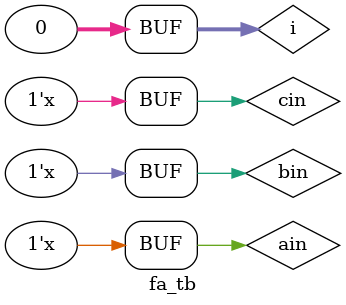
<source format=v>
module fa(ain, bin, cin, sum, carry); 
input ain, bin, cin; 
output sum, carry; 
wire s1,c1,c2; 
ha ha1(ain,bin, s1,c1); 
ha ha2(s1, cin, sum, c2); 
or or1 (carry, c1,c2); 
endmodule 
//Test Bench 
module fa_tb; 
reg ain,bin,cin; 
wire sum, carry; 
integer i = 0; 
initial begin 
repeat(8) 
begin 
ain = i[2]; 
bin = i[1]; 
cin = i[0]; 
i=i+1; 
#10; 
end 
end 
fa fa1(ain, bin, cin, sum, carry); 
endmodule

</source>
